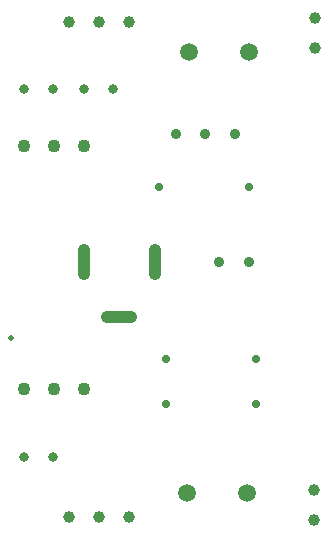
<source format=gbr>
%TF.GenerationSoftware,KiCad,Pcbnew,8.0.4*%
%TF.CreationDate,2024-10-15T16:21:06+03:00*%
%TF.ProjectId,projecsts,70726f6a-6563-4737-9473-2e6b69636164,rev?*%
%TF.SameCoordinates,Original*%
%TF.FileFunction,Plated,1,2,PTH,Mixed*%
%TF.FilePolarity,Positive*%
%FSLAX46Y46*%
G04 Gerber Fmt 4.6, Leading zero omitted, Abs format (unit mm)*
G04 Created by KiCad (PCBNEW 8.0.4) date 2024-10-15 16:21:06*
%MOMM*%
%LPD*%
G01*
G04 APERTURE LIST*
%TA.AperFunction,ViaDrill*%
%ADD10C,0.500000*%
%TD*%
%TA.AperFunction,ComponentDrill*%
%ADD11C,0.700000*%
%TD*%
%TA.AperFunction,ComponentDrill*%
%ADD12C,0.800000*%
%TD*%
%TA.AperFunction,ComponentDrill*%
%ADD13C,0.900000*%
%TD*%
%TA.AperFunction,ComponentDrill*%
%ADD14C,1.000000*%
%TD*%
G04 aperture for slot hole*
%TA.AperFunction,ComponentDrill*%
%ADD15C,1.000000*%
%TD*%
%TA.AperFunction,ComponentDrill*%
%ADD16C,1.100000*%
%TD*%
%TA.AperFunction,ComponentDrill*%
%ADD17C,1.520000*%
%TD*%
G04 APERTURE END LIST*
D10*
X125272800Y-79451200D03*
D11*
%TO.C,R1*%
X137795000Y-66675000D03*
%TO.C,R3*%
X138430000Y-81280000D03*
%TO.C,R2*%
X138430000Y-85090000D03*
%TO.C,R1*%
X145415000Y-66675000D03*
%TO.C,R3*%
X146050000Y-81280000D03*
%TO.C,R2*%
X146050000Y-85090000D03*
D12*
%TO.C,C2*%
X126385000Y-58420000D03*
%TO.C,C3*%
X126385000Y-89535000D03*
%TO.C,C2*%
X128885000Y-58420000D03*
%TO.C,C3*%
X128885000Y-89535000D03*
%TO.C,C1*%
X131465000Y-58420000D03*
X133965000Y-58420000D03*
D13*
%TO.C,S2*%
X139225000Y-62230000D03*
X141725000Y-62230000D03*
%TO.C,D1*%
X142875000Y-73025000D03*
%TO.C,S2*%
X144225000Y-62230000D03*
%TO.C,D1*%
X145415000Y-73025000D03*
D14*
%TO.C,J4*%
X130175000Y-52705000D03*
%TO.C,J2*%
X130175000Y-94615000D03*
D15*
%TO.C,J6*%
X131445000Y-74025000D02*
X131445000Y-72025000D01*
D14*
%TO.C,J4*%
X132715000Y-52705000D03*
%TO.C,J2*%
X132715000Y-94615000D03*
D15*
%TO.C,J6*%
X135445000Y-77725000D02*
X133445000Y-77725000D01*
D14*
%TO.C,J4*%
X135255000Y-52705000D03*
%TO.C,J2*%
X135255000Y-94615000D03*
D15*
%TO.C,J6*%
X137445000Y-74025000D02*
X137445000Y-72025000D01*
D14*
%TO.C,J3*%
X150933752Y-92373739D03*
X150933752Y-94913739D03*
%TO.C,J1*%
X150989841Y-52415247D03*
X150989841Y-54955247D03*
D16*
%TO.C,U1*%
X126365000Y-63190000D03*
%TO.C,U2*%
X126365000Y-83820000D03*
%TO.C,U1*%
X128905000Y-63190000D03*
%TO.C,U2*%
X128905000Y-83820000D03*
%TO.C,U1*%
X131445000Y-63190000D03*
%TO.C,U2*%
X131445000Y-83820000D03*
D17*
%TO.C,J7*%
X140229346Y-92620007D03*
%TO.C,J5*%
X140335000Y-55245000D03*
%TO.C,J7*%
X145309346Y-92620007D03*
%TO.C,J5*%
X145415000Y-55245000D03*
M02*

</source>
